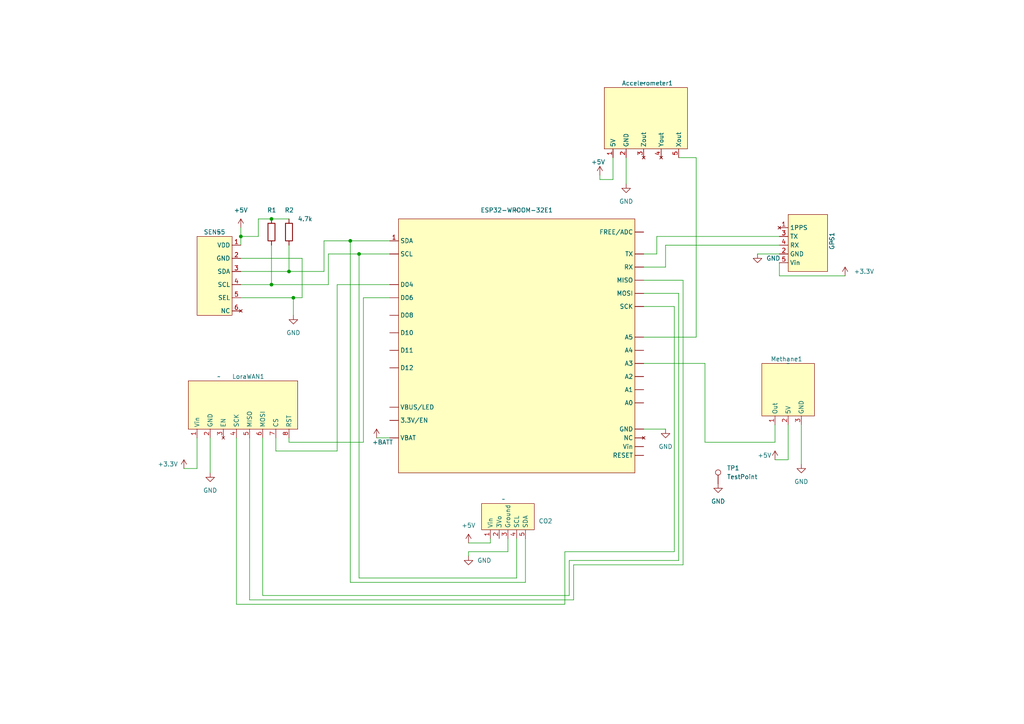
<source format=kicad_sch>
(kicad_sch (version 20230121) (generator eeschema)
  (paper "A4")
  (lib_symbols
    (symbol "Connector:TestPoint" (pin_numbers hide) (pin_names (offset 0.762) hide)
      (property "Reference" "TP" (at 0 6.858 0))
      (property "Value" "TestPoint" (at 0 5.08 0))
      (symbol "TestPoint_0_1"
        (circle (center 0 3.302) (radius 0.762))
      )
      (symbol "TestPoint_1_1"
        (pin passive line (at 0 0 90) (length 2.54) (name "1") (number "1"))
      )
    )
    (symbol "Device:R" (pin_numbers hide) (pin_names (offset 0))
      (property "Reference" "R" (at 2.032 0 90))
      (property "Value" "R" (at 0 0 90))
      (symbol "R_0_1"
        (rectangle (start -1.016 -2.54) (end 1.016 2.54) (stroke (width 0.254)))
      )
      (symbol "R_1_1"
        (pin passive line (at 0 3.81 270) (length 1.27) (name "~") (number "1"))
        (pin passive line (at 0 -3.81 90) (length 1.27) (name "~") (number "2"))
      )
    )
    (symbol "Methane:Methane_sensor"
      (property "Reference" "Methane1" (at -5.08 1.27 0))
      (property "Value" "~" (at 0 0 0))
      (symbol "Methane_sensor_1_1"
        (rectangle (start -7.62 0) (end 7.62 -15.24) (fill (type background)))
        (pin output line (at -3.81 -17.78 90) (length 2.54) (name "Out") (number "1"))
        (pin power_in line (at 0 -17.78 90) (length 2.54) (name "5V") (number "2"))
        (pin power_in line (at 3.81 -17.78 90) (length 2.54) (name "GND") (number "3"))
      )
    )
    (symbol "Sensors:Accelerometer"
      (property "Reference" "Accelerometer1" (at -6.35 0 0))
      (property "Value" "~" (at 0 0 0))
      (symbol "Accelerometer_1_1"
        (rectangle (start -11.43 -1.27) (end 12.7 -19.05) (fill (type background)))
        (pin power_in line (at -8.89 -21.59 90) (length 2.54) (name "5V") (number "1"))
        (pin power_in line (at -5.08 -21.59 90) (length 2.54) (name "GND") (number "2"))
        (pin no_connect line (at 0 -21.59 90) (length 2.54) (name "Zout") (number "3"))
        (pin no_connect line (at 5.08 -21.59 90) (length 2.54) (name "Yout") (number "4"))
        (pin output line (at 10.16 -21.59 90) (length 2.54) (name "Xout") (number "5"))
      )
    )
    (symbol "Sensors:CO2_v2"
      (property "Reference" "CO2" (at 10.16 -6.35 0))
      (property "Value" "~" (at 0 0 0))
      (symbol "CO2_v2_1_1"
        (rectangle (start -6.35 -1.27) (end 8.89 -8.89) (fill (type background)))
        (pin power_in line (at -3.81 -11.43 90) (length 2.54) (name "Vin") (number "1"))
        (pin power_out line (at -1.27 -11.43 90) (length 2.54) (name "3Vo") (number "2"))
        (pin input line (at 1.27 -11.43 90) (length 2.54) (name "Ground") (number "3"))
        (pin bidirectional line (at 3.81 -11.43 90) (length 2.54) (name "SCL") (number "4"))
        (pin bidirectional line (at 6.35 -11.43 90) (length 2.54) (name "SDA") (number "5"))
      )
    )
    (symbol "Sensors:ESP32"
      (property "Reference" "ESP32-WROOM-32E1" (at 0 0 0))
      (property "Value" "~" (at 0 0 0))
      (symbol "ESP32_1_1"
        (rectangle (start -34.29 -2.54) (end 34.29 -76.2) (fill (type background)))
        (pin power_in line (at -36.83 -60.96 0) (length 2.54) (name "3.3V/EN") (number ""))
        (pin bidirectional line (at 36.83 -55.88 180) (length 2.54) (name "A0") (number ""))
        (pin bidirectional line (at 36.83 -52.07 180) (length 2.54) (name "A1") (number ""))
        (pin bidirectional line (at 36.83 -48.26 180) (length 2.54) (name "A2") (number ""))
        (pin bidirectional line (at 36.83 -44.45 180) (length 2.54) (name "A3") (number ""))
        (pin bidirectional line (at 36.83 -40.64 180) (length 2.54) (name "A4") (number ""))
        (pin bidirectional line (at 36.83 -36.83 180) (length 2.54) (name "A5") (number ""))
        (pin input line (at -36.83 -21.59 0) (length 2.54) (name "D04") (number ""))
        (pin input line (at -36.83 -25.4 0) (length 2.54) (name "D06") (number ""))
        (pin input line (at -36.83 -30.48 0) (length 2.54) (name "D08") (number ""))
        (pin input line (at -36.83 -35.56 0) (length 2.54) (name "D10") (number ""))
        (pin input line (at -36.83 -40.64 0) (length 2.54) (name "D11") (number ""))
        (pin input line (at -36.83 -45.72 0) (length 2.54) (name "D12") (number ""))
        (pin input line (at 36.83 -6.35 180) (length 2.54) (name "FREE/ADC") (number ""))
        (pin input line (at 36.83 -63.5 180) (length 2.54) (name "GND") (number ""))
        (pin bidirectional line (at 36.83 -20.32 180) (length 2.54) (name "MISO") (number ""))
        (pin bidirectional line (at 36.83 -24.13 180) (length 2.54) (name "MOSI") (number ""))
        (pin no_connect line (at 36.83 -66.04 180) (length 2.54) (name "NC") (number ""))
        (pin unspecified line (at 36.83 -71.12 180) (length 2.54) (name "RESET") (number ""))
        (pin input line (at 36.83 -16.51 180) (length 2.54) (name "RX") (number ""))
        (pin bidirectional line (at 36.83 -27.94 180) (length 2.54) (name "SCK") (number ""))
        (pin bidirectional line (at -36.83 -12.7 0) (length 2.54) (name "SCL") (number ""))
        (pin output line (at 36.83 -12.7 180) (length 2.54) (name "TX") (number ""))
        (pin power_in line (at -36.83 -66.04 0) (length 2.54) (name "VBAT") (number ""))
        (pin power_in line (at -36.83 -57.15 0) (length 2.54) (name "VBUS/LED") (number ""))
        (pin input line (at 36.83 -68.58 180) (length 2.54) (name "Vin") (number ""))
        (pin bidirectional line (at -36.83 -8.89 0) (length 2.54) (name "SDA") (number "1"))
      )
    )
    (symbol "Sensors:GPS"
      (property "Reference" "GPS1" (at -2.54 0 0))
      (property "Value" "~" (at 0 0 0))
      (symbol "GPS_1_1"
        (rectangle (start -7.62 -1.27) (end 8.89 -12.7) (fill (type background)))
        (pin no_connect line (at -3.81 -15.24 90) (length 2.54) (name "1PPS") (number "1"))
        (pin input line (at 3.81 -15.24 90) (length 2.54) (name "GND") (number "2"))
        (pin output line (at -1.27 -15.24 90) (length 2.54) (name "TX") (number "3"))
        (pin input line (at 1.27 -15.24 90) (length 2.54) (name "RX") (number "4"))
        (pin power_in line (at 6.35 -15.24 90) (length 2.54) (name "Vin") (number "5"))
      )
    )
    (symbol "Sensors:LoraWAN"
      (property "Reference" "LoraWAN1" (at 3.81 0 0))
      (property "Value" "~" (at 0 0 0))
      (symbol "LoraWAN_1_1"
        (rectangle (start -8.89 -1.27) (end 22.86 -15.24) (fill (type background)))
        (pin power_in line (at -6.35 -17.78 90) (length 2.54) (name "Vin") (number "1"))
        (pin input line (at -2.54 -17.78 90) (length 2.54) (name "GND") (number "2"))
        (pin no_connect line (at 1.27 -17.78 90) (length 2.54) (name "EN") (number "3"))
        (pin input line (at 5.08 -17.78 90) (length 2.54) (name "SCK") (number "4"))
        (pin input line (at 8.89 -17.78 90) (length 2.54) (name "MISO") (number "5"))
        (pin input line (at 12.7 -17.78 90) (length 2.54) (name "MOSI") (number "6"))
        (pin input line (at 16.51 -17.78 90) (length 2.54) (name "CS") (number "7"))
        (pin input line (at 20.32 -17.78 90) (length 2.54) (name "RST") (number "8"))
      )
    )
    (symbol "Sensors:SEN55"
      (property "Reference" "SEN55" (at 1.27 0 0))
      (property "Value" "~" (at 0 0 0))
      (symbol "SEN55_1_1"
        (rectangle (start -3.81 -1.27) (end 6.35 -24.13) (fill (type background)))
        (pin power_in line (at -6.35 -3.81 0) (length 2.54) (name "VDD") (number "1"))
        (pin input line (at -6.35 -7.62 0) (length 2.54) (name "GND") (number "2"))
        (pin input line (at -6.35 -11.43 0) (length 2.54) (name "SDA") (number "3"))
        (pin input line (at -6.35 -15.24 0) (length 2.54) (name "SCL") (number "4"))
        (pin input line (at -6.35 -19.05 0) (length 2.54) (name "SEL") (number "5"))
        (pin no_connect line (at -6.35 -22.86 0) (length 2.54) (name "NC") (number "6"))
      )
    )
    (symbol "power:+3.3V" (power) (pin_names (offset 0))
      (property "Value" "+3.3V" (at 0 3.556 0))
      (symbol "+3.3V_0_1"
        (polyline (pts (xy -0.762 1.27) (xy 0 2.54)))
        (polyline (pts (xy 0 0) (xy 0 2.54)))
        (polyline (pts (xy 0 2.54) (xy 0.762 1.27)))
      )
      (symbol "+3.3V_1_1"
        (pin power_in line (at 0 0 90) (length 0) hide (name "+3.3V") (number "1"))
      )
    )
    (symbol "power:+5V" (power) (pin_names (offset 0))
      (property "Value" "+5V" (at 0 3.556 0))
      (symbol "+5V_0_1"
        (polyline (pts (xy -0.762 1.27) (xy 0 2.54)))
        (polyline (pts (xy 0 0) (xy 0 2.54)))
        (polyline (pts (xy 0 2.54) (xy 0.762 1.27)))
      )
      (symbol "+5V_1_1"
        (pin power_in line (at 0 0 90) (length 0) hide (name "+5V") (number "1"))
      )
    )
    (symbol "power:+BATT" (power) (pin_names (offset 0))
      (property "Value" "+BATT" (at 0 3.556 0))
      (symbol "+BATT_0_1"
        (polyline (pts (xy -0.762 1.27) (xy 0 2.54)))
        (polyline (pts (xy 0 0) (xy 0 2.54)))
        (polyline (pts (xy 0 2.54) (xy 0.762 1.27)))
      )
      (symbol "+BATT_1_1"
        (pin power_in line (at 0 0 90) (length 0) hide (name "+BATT") (number "1"))
      )
    )
    (symbol "power:GND" (power) (pin_names (offset 0))
      (property "Value" "GND" (at 0 -3.81 0))
      (symbol "GND_0_1"
        (polyline (pts (xy 0 0) (xy 0 -1.27) (xy 1.27 -1.27) (xy 0 -2.54) (xy -1.27 -1.27) (xy 0 -1.27)))
      )
      (symbol "GND_1_1"
        (pin power_in line (at 0 0 270) (length 0) hide (name "GND") (number "1"))
      )
    )
  )
  (junction (at 101.6 69.85))
  (junction (at 78.74 82.55))
  (junction (at 104.14 73.66))
  (junction (at 83.82 78.74))
  (junction (at 85.09 86.36))
  (junction (at 78.74 63.5))
  (junction (at 69.85 68.58))
  (wire (pts (xy 165.1 172.72) (xy 76.2 172.72)))
  (wire (pts (xy 228.6 133.35) (xy 228.6 123.19)))
  (wire (pts (xy 69.85 68.58) (xy 69.85 71.12)))
  (wire (pts (xy 166.37 163.83) (xy 166.37 173.99)))
  (wire (pts (xy 87.63 86.36) (xy 85.09 86.36)))
  (wire (pts (xy 186.69 81.28) (xy 198.12 81.28)))
  (wire (pts (xy 186.69 97.79) (xy 201.93 97.79)))
  (wire (pts (xy 142.24 157.48) (xy 142.24 156.21)))
  (wire (pts (xy 204.47 105.41) (xy 186.69 105.41)))
  (wire (pts (xy 204.47 128.27) (xy 204.47 105.41)))
  (wire (pts (xy 201.93 45.72) (xy 196.85 45.72)))
  (wire (pts (xy 135.89 157.48) (xy 142.24 157.48)))
  (wire (pts (xy 80.01 130.81) (xy 80.01 127)))
  (wire (pts (xy 83.82 127) (xy 83.82 128.27)))
  (wire (pts (xy 173.99 52.07) (xy 177.8 52.07)))
  (wire (pts (xy 68.58 175.26) (xy 68.58 127)))
  (wire (pts (xy 85.09 86.36) (xy 85.09 91.44)))
  (wire (pts (xy 186.69 124.46) (xy 193.04 124.46)))
  (wire (pts (xy 83.82 71.12) (xy 83.82 78.74)))
  (wire (pts (xy 69.85 78.74) (xy 83.82 78.74)))
  (wire (pts (xy 198.12 163.83) (xy 166.37 163.83)))
  (wire (pts (xy 69.85 82.55) (xy 78.74 82.55)))
  (wire (pts (xy 105.41 86.36) (xy 105.41 128.27)))
  (wire (pts (xy 74.93 63.5) (xy 78.74 63.5)))
  (wire (pts (xy 72.39 173.99) (xy 72.39 127)))
  (wire (pts (xy 78.74 71.12) (xy 78.74 82.55)))
  (wire (pts (xy 149.86 156.21) (xy 149.86 167.64)))
  (wire (pts (xy 147.32 160.02) (xy 147.32 156.21)))
  (wire (pts (xy 95.25 73.66) (xy 104.14 73.66)))
  (wire (pts (xy 165.1 162.56) (xy 165.1 172.72)))
  (wire (pts (xy 193.04 71.12) (xy 193.04 77.47)))
  (wire (pts (xy 83.82 78.74) (xy 93.98 78.74)))
  (wire (pts (xy 101.6 168.91) (xy 152.4 168.91)))
  (wire (pts (xy 135.89 160.02) (xy 147.32 160.02)))
  (wire (pts (xy 113.03 82.55) (xy 97.79 82.55)))
  (wire (pts (xy 195.58 88.9) (xy 195.58 160.02)))
  (wire (pts (xy 113.03 86.36) (xy 105.41 86.36)))
  (wire (pts (xy 166.37 173.99) (xy 72.39 173.99)))
  (wire (pts (xy 95.25 82.55) (xy 95.25 73.66)))
  (wire (pts (xy 69.85 66.04) (xy 69.85 68.58)))
  (wire (pts (xy 76.2 172.72) (xy 76.2 127)))
  (wire (pts (xy 224.79 133.35) (xy 228.6 133.35)))
  (wire (pts (xy 69.85 86.36) (xy 85.09 86.36)))
  (wire (pts (xy 181.61 45.72) (xy 181.61 53.34)))
  (wire (pts (xy 74.93 68.58) (xy 74.93 63.5)))
  (wire (pts (xy 198.12 81.28) (xy 198.12 163.83)))
  (wire (pts (xy 104.14 167.64) (xy 149.86 167.64)))
  (wire (pts (xy 245.11 80.01) (xy 226.06 80.01)))
  (wire (pts (xy 80.01 130.81) (xy 97.79 130.81)))
  (wire (pts (xy 101.6 69.85) (xy 113.03 69.85)))
  (wire (pts (xy 78.74 82.55) (xy 95.25 82.55)))
  (wire (pts (xy 109.22 127) (xy 113.03 127)))
  (wire (pts (xy 78.74 63.5) (xy 83.82 63.5)))
  (wire (pts (xy 219.71 73.66) (xy 226.06 73.66)))
  (wire (pts (xy 226.06 71.12) (xy 193.04 71.12)))
  (wire (pts (xy 104.14 73.66) (xy 113.03 73.66)))
  (wire (pts (xy 69.85 68.58) (xy 74.93 68.58)))
  (wire (pts (xy 190.5 73.66) (xy 190.5 68.58)))
  (wire (pts (xy 195.58 160.02) (xy 163.83 160.02)))
  (wire (pts (xy 196.85 162.56) (xy 165.1 162.56)))
  (wire (pts (xy 186.69 88.9) (xy 195.58 88.9)))
  (wire (pts (xy 226.06 80.01) (xy 226.06 76.2)))
  (wire (pts (xy 104.14 73.66) (xy 104.14 167.64)))
  (wire (pts (xy 224.79 123.19) (xy 224.79 128.27)))
  (wire (pts (xy 60.96 127) (xy 60.96 137.16)))
  (wire (pts (xy 97.79 82.55) (xy 97.79 130.81)))
  (wire (pts (xy 87.63 74.93) (xy 87.63 86.36)))
  (wire (pts (xy 163.83 175.26) (xy 68.58 175.26)))
  (wire (pts (xy 232.41 123.19) (xy 232.41 134.62)))
  (wire (pts (xy 163.83 160.02) (xy 163.83 175.26)))
  (wire (pts (xy 135.89 160.02) (xy 135.89 161.29)))
  (wire (pts (xy 69.85 74.93) (xy 87.63 74.93)))
  (wire (pts (xy 186.69 73.66) (xy 190.5 73.66)))
  (wire (pts (xy 93.98 69.85) (xy 101.6 69.85)))
  (wire (pts (xy 186.69 85.09) (xy 196.85 85.09)))
  (wire (pts (xy 190.5 68.58) (xy 226.06 68.58)))
  (wire (pts (xy 101.6 69.85) (xy 101.6 168.91)))
  (wire (pts (xy 57.15 135.89) (xy 57.15 127)))
  (wire (pts (xy 201.93 45.72) (xy 201.93 97.79)))
  (wire (pts (xy 105.41 128.27) (xy 83.82 128.27)))
  (wire (pts (xy 196.85 85.09) (xy 196.85 162.56)))
  (wire (pts (xy 177.8 52.07) (xy 177.8 45.72)))
  (wire (pts (xy 173.99 52.07) (xy 173.99 50.8)))
  (wire (pts (xy 224.79 128.27) (xy 204.47 128.27)))
  (wire (pts (xy 53.34 135.89) (xy 57.15 135.89)))
  (wire (pts (xy 193.04 77.47) (xy 186.69 77.47)))
  (wire (pts (xy 152.4 156.21) (xy 152.4 168.91)))
  (wire (pts (xy 93.98 78.74) (xy 93.98 69.85)))
  (symbol (lib_id "power:GND") (at 60.96 137.16 0) (unit 1)
    (property "Reference" "#PWR013" (effects hide))
    (property "Value" "GND" (at 60.96 142.24 0))
  )
  (symbol (lib_id "Sensors:Accelerometer") (at 186.69 24.13 0) (unit 1)
    (property "Reference" "Accelerometer1" (at 180.34 24.13 0) (effects (justify left)))
    (property "Value" "~" (at 186.69 24.13 0))
    (property "Footprint" "Sensors:Accelerometer" (effects hide))
  )
  (symbol (lib_id "power:+5V") (at 173.99 50.8 0) (unit 1)
    (property "Reference" "#PWR010" (effects hide))
    (property "Value" "+5V" (at 171.45 46.99 0) (effects (justify left)))
  )
  (symbol (lib_id "Sensors:ESP32") (at 149.86 60.96 0) (unit 1)
    (property "Reference" "ESP32-WROOM-32E1" (at 149.86 60.96 0))
    (property "Value" "~" (at 149.86 60.96 0))
    (property "Footprint" "Sensors:ESP32" (effects hide))
  )
  (symbol (lib_id "Sensors:CO2_v2") (at 146.05 144.78 0) (unit 1)
    (property "Reference" "CO2" (at 156.21 151.13 0) (effects (justify left)))
    (property "Value" "~" (at 146.05 144.78 0))
    (property "Footprint" "Sensors:CO2" (effects hide))
  )
  (symbol (lib_id "Sensors:SEN55") (at 63.5 67.31 0) (mirror y) (unit 1)
    (property "Reference" "SEN55" (at 62.23 67.31 0))
    (property "Value" "~" (at 63.5 67.31 0))
    (property "Footprint" "Sensors:SEN55" (effects hide))
  )
  (symbol (lib_id "power:+5V") (at 224.79 133.35 0) (unit 1)
    (property "Reference" "#PWR04" (effects hide))
    (property "Value" "+5V" (at 219.71 132.08 0) (effects (justify left)))
  )
  (symbol (lib_id "power:+5V") (at 135.89 157.48 0) (unit 1)
    (property "Reference" "#PWR03" (effects hide))
    (property "Value" "+5V" (at 135.89 152.4 0))
  )
  (symbol (lib_id "power:+3.3V") (at 53.34 135.89 0) (unit 1)
    (property "Reference" "#PWR012" (effects hide))
    (property "Value" "+3.3V" (at 45.72 134.62 0) (effects (justify left)))
  )
  (symbol (lib_id "power:GND") (at 85.09 91.44 0) (unit 1)
    (property "Reference" "#PWR09" (effects hide))
    (property "Value" "GND" (at 85.09 96.52 0))
  )
  (symbol (lib_id "Sensors:LoraWAN") (at 63.5 109.22 0) (unit 1)
    (property "Reference" "LoraWAN1" (at 67.31 109.22 0) (effects (justify left)))
    (property "Value" "~" (at 63.5 109.22 0))
    (property "Footprint" "Sensors:LoraWAN" (effects hide))
  )
  (symbol (lib_id "Device:R") (at 78.74 67.31 0) (unit 1)
    (property "Reference" "R1" (at 77.47 60.96 0) (effects (justify left)))
    (property "Value" "4.7k" (at 86.36 63.5 0) (effects (justify left)))
    (property "Footprint" "Resistor_THT:R_Axial_DIN0207_L6.3mm_D2.5mm_P7.62mm_Horizontal" (effects hide))
  )
  (symbol (lib_id "power:GND") (at 135.89 161.29 0) (unit 1)
    (property "Reference" "#PWR02" (effects hide))
    (property "Value" "GND" (at 138.43 162.56 0) (effects (justify left)))
  )
  (symbol (lib_id "Methane:Methane_sensor") (at 228.6 105.41 0) (unit 1)
    (property "Reference" "Methane1" (at 223.52 104.14 0) (effects (justify left)))
    (property "Value" "~" (at 228.6 105.41 0))
    (property "Footprint" "Sensors:Methane" (effects hide))
  )
  (symbol (lib_id "Device:R") (at 83.82 67.31 0) (unit 1)
    (property "Reference" "R2" (at 82.55 60.96 0) (effects (justify left)))
    (property "Value" "R" (effects hide))
    (property "Footprint" "Resistor_THT:R_Axial_DIN0207_L6.3mm_D2.5mm_P7.62mm_Horizontal" (effects hide))
  )
  (symbol (lib_id "power:+3.3V") (at 245.11 80.01 0) (unit 1)
    (property "Reference" "#PWR07" (effects hide))
    (property "Value" "+3.3V" (at 247.65 78.74 0) (effects (justify left)))
  )
  (symbol (lib_id "power:+BATT") (at 109.22 127 0) (unit 1)
    (property "Reference" "#PWR01" (effects hide))
    (property "Value" "+BATT" (at 107.95 128.27 0) (effects (justify left)))
  )
  (symbol (lib_id "power:GND") (at 232.41 134.62 0) (unit 1)
    (property "Reference" "#PWR05" (effects hide))
    (property "Value" "GND" (at 232.41 139.7 0))
  )
  (symbol (lib_id "power:GND") (at 193.04 124.46 0) (unit 1)
    (property "Reference" "#PWR014" (effects hide))
    (property "Value" "GND" (at 193.04 129.54 0))
  )
  (symbol (lib_id "power:GND") (at 208.28 140.335 0) (unit 1)
    (property "Reference" "#PWR015" (effects hide))
    (property "Value" "GND" (at 208.28 145.415 0))
  )
  (symbol (lib_id "power:GND") (at 181.61 53.34 0) (unit 1)
    (property "Reference" "#PWR011" (effects hide))
    (property "Value" "GND" (at 181.61 58.42 0))
  )
  (symbol (lib_id "power:+5V") (at 69.85 66.04 0) (unit 1)
    (property "Reference" "#PWR08" (effects hide))
    (property "Value" "+5V" (at 69.85 60.96 0))
  )
  (symbol (lib_id "power:GND") (at 219.71 73.66 0) (unit 1)
    (property "Reference" "#PWR06" (effects hide))
    (property "Value" "GND" (at 222.25 74.93 0) (effects (justify left)))
  )
  (symbol (lib_id "Sensors:GPS") (at 241.3 69.85 270) (unit 1)
    (property "Reference" "GPS1" (at 241.3 67.31 0) (effects (justify left)))
    (property "Value" "~" (at 241.3 69.85 0))
    (property "Footprint" "Sensors:GPS" (effects hide))
  )
  (symbol (lib_id "Connector:TestPoint") (at 208.28 140.335 0) (unit 1)
    (property "Reference" "TP1" (at 210.82 135.763 0) (effects (justify left)))
    (property "Value" "TestPoint" (at 210.82 138.303 0) (effects (justify left)))
    (property "Footprint" "TestPoint:TestPoint_Loop_D2.54mm_Drill1.5mm_Beaded" (effects hide))
  )
)
</source>
